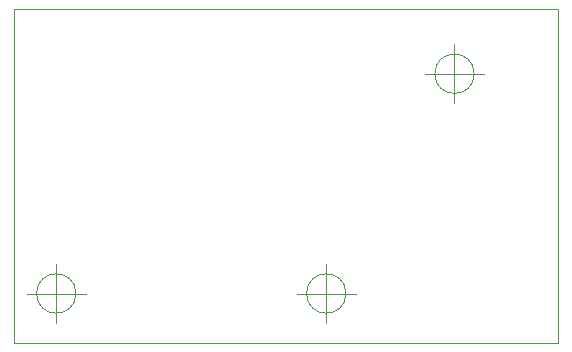
<source format=gbr>
G04 #@! TF.GenerationSoftware,KiCad,Pcbnew,(5.1.5)-3*
G04 #@! TF.CreationDate,2020-07-18T04:54:50-04:00*
G04 #@! TF.ProjectId,MONster64 - NetModule,4d4f4e73-7465-4723-9634-202d204e6574,rev?*
G04 #@! TF.SameCoordinates,Original*
G04 #@! TF.FileFunction,Profile,NP*
%FSLAX46Y46*%
G04 Gerber Fmt 4.6, Leading zero omitted, Abs format (unit mm)*
G04 Created by KiCad (PCBNEW (5.1.5)-3) date 2020-07-18 04:54:50*
%MOMM*%
%LPD*%
G04 APERTURE LIST*
%ADD10C,0.100000*%
G04 APERTURE END LIST*
D10*
X172545166Y-87122000D02*
G75*
G03X172545166Y-87122000I-1666666J0D01*
G01*
X168378500Y-87122000D02*
X173378500Y-87122000D01*
X170878500Y-84622000D02*
X170878500Y-89622000D01*
X161686666Y-105727500D02*
G75*
G03X161686666Y-105727500I-1666666J0D01*
G01*
X157520000Y-105727500D02*
X162520000Y-105727500D01*
X160020000Y-103227500D02*
X160020000Y-108227500D01*
X138826666Y-105727500D02*
G75*
G03X138826666Y-105727500I-1666666J0D01*
G01*
X134660000Y-105727500D02*
X139660000Y-105727500D01*
X137160000Y-103227500D02*
X137160000Y-108227500D01*
X179641500Y-81597500D02*
X157734000Y-81597500D01*
X179641500Y-109918500D02*
X179641500Y-81597500D01*
X161163000Y-109918500D02*
X179641500Y-109918500D01*
X133604000Y-109918500D02*
X133604000Y-81597500D01*
X157734000Y-81597500D02*
X133604000Y-81597500D01*
X133604000Y-109918500D02*
X161163000Y-109918500D01*
M02*

</source>
